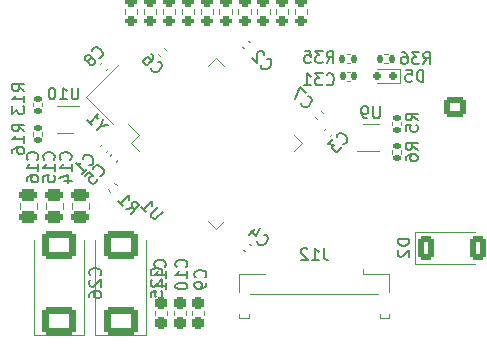
<source format=gbr>
%TF.GenerationSoftware,KiCad,Pcbnew,7.0.5*%
%TF.CreationDate,2023-06-28T21:22:15+09:00*%
%TF.ProjectId,robotrace_v2_main,726f626f-7472-4616-9365-5f76325f6d61,rev?*%
%TF.SameCoordinates,Original*%
%TF.FileFunction,Legend,Bot*%
%TF.FilePolarity,Positive*%
%FSLAX46Y46*%
G04 Gerber Fmt 4.6, Leading zero omitted, Abs format (unit mm)*
G04 Created by KiCad (PCBNEW 7.0.5) date 2023-06-28 21:22:15*
%MOMM*%
%LPD*%
G01*
G04 APERTURE LIST*
G04 Aperture macros list*
%AMRoundRect*
0 Rectangle with rounded corners*
0 $1 Rounding radius*
0 $2 $3 $4 $5 $6 $7 $8 $9 X,Y pos of 4 corners*
0 Add a 4 corners polygon primitive as box body*
4,1,4,$2,$3,$4,$5,$6,$7,$8,$9,$2,$3,0*
0 Add four circle primitives for the rounded corners*
1,1,$1+$1,$2,$3*
1,1,$1+$1,$4,$5*
1,1,$1+$1,$6,$7*
1,1,$1+$1,$8,$9*
0 Add four rect primitives between the rounded corners*
20,1,$1+$1,$2,$3,$4,$5,0*
20,1,$1+$1,$4,$5,$6,$7,0*
20,1,$1+$1,$6,$7,$8,$9,0*
20,1,$1+$1,$8,$9,$2,$3,0*%
%AMRotRect*
0 Rectangle, with rotation*
0 The origin of the aperture is its center*
0 $1 length*
0 $2 width*
0 $3 Rotation angle, in degrees counterclockwise*
0 Add horizontal line*
21,1,$1,$2,0,0,$3*%
G04 Aperture macros list end*
%ADD10C,0.150000*%
%ADD11C,0.120000*%
%ADD12RoundRect,0.250000X-0.675000X0.600000X-0.675000X-0.600000X0.675000X-0.600000X0.675000X0.600000X0*%
%ADD13O,1.850000X1.700000*%
%ADD14R,1.000000X1.000000*%
%ADD15O,1.000000X1.000000*%
%ADD16RoundRect,0.250000X0.675000X-0.600000X0.675000X0.600000X-0.675000X0.600000X-0.675000X-0.600000X0*%
%ADD17RoundRect,0.135000X-0.135000X-0.185000X0.135000X-0.185000X0.135000X0.185000X-0.135000X0.185000X0*%
%ADD18R,0.900000X0.400000*%
%ADD19RoundRect,0.200000X0.275000X-0.200000X0.275000X0.200000X-0.275000X0.200000X-0.275000X-0.200000X0*%
%ADD20RoundRect,0.140000X0.021213X-0.219203X0.219203X-0.021213X-0.021213X0.219203X-0.219203X0.021213X0*%
%ADD21RoundRect,0.237500X0.237500X-0.300000X0.237500X0.300000X-0.237500X0.300000X-0.237500X-0.300000X0*%
%ADD22RoundRect,0.135000X-0.226274X-0.035355X-0.035355X-0.226274X0.226274X0.035355X0.035355X0.226274X0*%
%ADD23RoundRect,0.140000X-0.021213X0.219203X-0.219203X0.021213X0.021213X-0.219203X0.219203X-0.021213X0*%
%ADD24RotRect,1.300000X1.000000X45.000000*%
%ADD25RoundRect,0.140000X0.219203X0.021213X0.021213X0.219203X-0.219203X-0.021213X-0.021213X-0.219203X0*%
%ADD26RoundRect,0.135000X0.185000X-0.135000X0.185000X0.135000X-0.185000X0.135000X-0.185000X-0.135000X0*%
%ADD27RoundRect,0.150000X-0.150000X-0.200000X0.150000X-0.200000X0.150000X0.200000X-0.150000X0.200000X0*%
%ADD28RoundRect,0.250000X0.475000X-0.250000X0.475000X0.250000X-0.475000X0.250000X-0.475000X-0.250000X0*%
%ADD29RoundRect,0.289157X1.110843X-0.910843X1.110843X0.910843X-1.110843X0.910843X-1.110843X-0.910843X0*%
%ADD30RoundRect,0.140000X-0.219203X-0.021213X-0.021213X-0.219203X0.219203X0.021213X0.021213X0.219203X0*%
%ADD31R,0.300000X1.000000*%
%ADD32R,2.000000X1.300000*%
%ADD33RoundRect,0.140000X-0.140000X-0.170000X0.140000X-0.170000X0.140000X0.170000X-0.140000X0.170000X0*%
%ADD34RoundRect,0.135000X-0.185000X0.135000X-0.185000X-0.135000X0.185000X-0.135000X0.185000X0.135000X0*%
%ADD35RoundRect,0.075000X-0.548008X0.441942X0.441942X-0.548008X0.548008X-0.441942X-0.441942X0.548008X0*%
%ADD36RoundRect,0.075000X-0.548008X-0.441942X-0.441942X-0.548008X0.548008X0.441942X0.441942X0.548008X0*%
%ADD37RoundRect,0.250000X-0.450000X-0.800000X0.450000X-0.800000X0.450000X0.800000X-0.450000X0.800000X0*%
G04 APERTURE END LIST*
D10*
%TO.C,R36*%
X181642857Y-77854819D02*
X181976190Y-77378628D01*
X182214285Y-77854819D02*
X182214285Y-76854819D01*
X182214285Y-76854819D02*
X181833333Y-76854819D01*
X181833333Y-76854819D02*
X181738095Y-76902438D01*
X181738095Y-76902438D02*
X181690476Y-76950057D01*
X181690476Y-76950057D02*
X181642857Y-77045295D01*
X181642857Y-77045295D02*
X181642857Y-77188152D01*
X181642857Y-77188152D02*
X181690476Y-77283390D01*
X181690476Y-77283390D02*
X181738095Y-77331009D01*
X181738095Y-77331009D02*
X181833333Y-77378628D01*
X181833333Y-77378628D02*
X182214285Y-77378628D01*
X181309523Y-76854819D02*
X180690476Y-76854819D01*
X180690476Y-76854819D02*
X181023809Y-77235771D01*
X181023809Y-77235771D02*
X180880952Y-77235771D01*
X180880952Y-77235771D02*
X180785714Y-77283390D01*
X180785714Y-77283390D02*
X180738095Y-77331009D01*
X180738095Y-77331009D02*
X180690476Y-77426247D01*
X180690476Y-77426247D02*
X180690476Y-77664342D01*
X180690476Y-77664342D02*
X180738095Y-77759580D01*
X180738095Y-77759580D02*
X180785714Y-77807200D01*
X180785714Y-77807200D02*
X180880952Y-77854819D01*
X180880952Y-77854819D02*
X181166666Y-77854819D01*
X181166666Y-77854819D02*
X181261904Y-77807200D01*
X181261904Y-77807200D02*
X181309523Y-77759580D01*
X179833333Y-76854819D02*
X180023809Y-76854819D01*
X180023809Y-76854819D02*
X180119047Y-76902438D01*
X180119047Y-76902438D02*
X180166666Y-76950057D01*
X180166666Y-76950057D02*
X180261904Y-77092914D01*
X180261904Y-77092914D02*
X180309523Y-77283390D01*
X180309523Y-77283390D02*
X180309523Y-77664342D01*
X180309523Y-77664342D02*
X180261904Y-77759580D01*
X180261904Y-77759580D02*
X180214285Y-77807200D01*
X180214285Y-77807200D02*
X180119047Y-77854819D01*
X180119047Y-77854819D02*
X179928571Y-77854819D01*
X179928571Y-77854819D02*
X179833333Y-77807200D01*
X179833333Y-77807200D02*
X179785714Y-77759580D01*
X179785714Y-77759580D02*
X179738095Y-77664342D01*
X179738095Y-77664342D02*
X179738095Y-77426247D01*
X179738095Y-77426247D02*
X179785714Y-77331009D01*
X179785714Y-77331009D02*
X179833333Y-77283390D01*
X179833333Y-77283390D02*
X179928571Y-77235771D01*
X179928571Y-77235771D02*
X180119047Y-77235771D01*
X180119047Y-77235771D02*
X180214285Y-77283390D01*
X180214285Y-77283390D02*
X180261904Y-77331009D01*
X180261904Y-77331009D02*
X180309523Y-77426247D01*
%TO.C,U9*%
X177961904Y-81454819D02*
X177961904Y-82264342D01*
X177961904Y-82264342D02*
X177914285Y-82359580D01*
X177914285Y-82359580D02*
X177866666Y-82407200D01*
X177866666Y-82407200D02*
X177771428Y-82454819D01*
X177771428Y-82454819D02*
X177580952Y-82454819D01*
X177580952Y-82454819D02*
X177485714Y-82407200D01*
X177485714Y-82407200D02*
X177438095Y-82359580D01*
X177438095Y-82359580D02*
X177390476Y-82264342D01*
X177390476Y-82264342D02*
X177390476Y-81454819D01*
X176866666Y-82454819D02*
X176676190Y-82454819D01*
X176676190Y-82454819D02*
X176580952Y-82407200D01*
X176580952Y-82407200D02*
X176533333Y-82359580D01*
X176533333Y-82359580D02*
X176438095Y-82216723D01*
X176438095Y-82216723D02*
X176390476Y-82026247D01*
X176390476Y-82026247D02*
X176390476Y-81645295D01*
X176390476Y-81645295D02*
X176438095Y-81550057D01*
X176438095Y-81550057D02*
X176485714Y-81502438D01*
X176485714Y-81502438D02*
X176580952Y-81454819D01*
X176580952Y-81454819D02*
X176771428Y-81454819D01*
X176771428Y-81454819D02*
X176866666Y-81502438D01*
X176866666Y-81502438D02*
X176914285Y-81550057D01*
X176914285Y-81550057D02*
X176961904Y-81645295D01*
X176961904Y-81645295D02*
X176961904Y-81883390D01*
X176961904Y-81883390D02*
X176914285Y-81978628D01*
X176914285Y-81978628D02*
X176866666Y-82026247D01*
X176866666Y-82026247D02*
X176771428Y-82073866D01*
X176771428Y-82073866D02*
X176580952Y-82073866D01*
X176580952Y-82073866D02*
X176485714Y-82026247D01*
X176485714Y-82026247D02*
X176438095Y-81978628D01*
X176438095Y-81978628D02*
X176390476Y-81883390D01*
%TO.C,C3*%
X174872112Y-84636411D02*
X174939456Y-84636411D01*
X174939456Y-84636411D02*
X175074143Y-84569067D01*
X175074143Y-84569067D02*
X175141486Y-84501724D01*
X175141486Y-84501724D02*
X175208830Y-84367037D01*
X175208830Y-84367037D02*
X175208830Y-84232350D01*
X175208830Y-84232350D02*
X175175158Y-84131335D01*
X175175158Y-84131335D02*
X175074143Y-83962976D01*
X175074143Y-83962976D02*
X174973128Y-83861961D01*
X174973128Y-83861961D02*
X174804769Y-83760945D01*
X174804769Y-83760945D02*
X174703754Y-83727274D01*
X174703754Y-83727274D02*
X174569067Y-83727274D01*
X174569067Y-83727274D02*
X174434380Y-83794617D01*
X174434380Y-83794617D02*
X174367036Y-83861961D01*
X174367036Y-83861961D02*
X174299693Y-83996648D01*
X174299693Y-83996648D02*
X174299693Y-84063991D01*
X173996647Y-84232350D02*
X173558914Y-84670083D01*
X173558914Y-84670083D02*
X174063990Y-84703754D01*
X174063990Y-84703754D02*
X173962975Y-84804770D01*
X173962975Y-84804770D02*
X173929303Y-84905785D01*
X173929303Y-84905785D02*
X173929303Y-84973128D01*
X173929303Y-84973128D02*
X173962975Y-85074144D01*
X173962975Y-85074144D02*
X174131334Y-85242502D01*
X174131334Y-85242502D02*
X174232349Y-85276174D01*
X174232349Y-85276174D02*
X174299693Y-85276174D01*
X174299693Y-85276174D02*
X174400708Y-85242502D01*
X174400708Y-85242502D02*
X174602738Y-85040472D01*
X174602738Y-85040472D02*
X174636410Y-84939457D01*
X174636410Y-84939457D02*
X174636410Y-84872113D01*
%TO.C,C9*%
X163159580Y-95920833D02*
X163207200Y-95873214D01*
X163207200Y-95873214D02*
X163254819Y-95730357D01*
X163254819Y-95730357D02*
X163254819Y-95635119D01*
X163254819Y-95635119D02*
X163207200Y-95492262D01*
X163207200Y-95492262D02*
X163111961Y-95397024D01*
X163111961Y-95397024D02*
X163016723Y-95349405D01*
X163016723Y-95349405D02*
X162826247Y-95301786D01*
X162826247Y-95301786D02*
X162683390Y-95301786D01*
X162683390Y-95301786D02*
X162492914Y-95349405D01*
X162492914Y-95349405D02*
X162397676Y-95397024D01*
X162397676Y-95397024D02*
X162302438Y-95492262D01*
X162302438Y-95492262D02*
X162254819Y-95635119D01*
X162254819Y-95635119D02*
X162254819Y-95730357D01*
X162254819Y-95730357D02*
X162302438Y-95873214D01*
X162302438Y-95873214D02*
X162350057Y-95920833D01*
X163254819Y-96397024D02*
X163254819Y-96587500D01*
X163254819Y-96587500D02*
X163207200Y-96682738D01*
X163207200Y-96682738D02*
X163159580Y-96730357D01*
X163159580Y-96730357D02*
X163016723Y-96825595D01*
X163016723Y-96825595D02*
X162826247Y-96873214D01*
X162826247Y-96873214D02*
X162445295Y-96873214D01*
X162445295Y-96873214D02*
X162350057Y-96825595D01*
X162350057Y-96825595D02*
X162302438Y-96777976D01*
X162302438Y-96777976D02*
X162254819Y-96682738D01*
X162254819Y-96682738D02*
X162254819Y-96492262D01*
X162254819Y-96492262D02*
X162302438Y-96397024D01*
X162302438Y-96397024D02*
X162350057Y-96349405D01*
X162350057Y-96349405D02*
X162445295Y-96301786D01*
X162445295Y-96301786D02*
X162683390Y-96301786D01*
X162683390Y-96301786D02*
X162778628Y-96349405D01*
X162778628Y-96349405D02*
X162826247Y-96397024D01*
X162826247Y-96397024D02*
X162873866Y-96492262D01*
X162873866Y-96492262D02*
X162873866Y-96682738D01*
X162873866Y-96682738D02*
X162826247Y-96777976D01*
X162826247Y-96777976D02*
X162778628Y-96825595D01*
X162778628Y-96825595D02*
X162683390Y-96873214D01*
%TO.C,R1*%
X156496245Y-90139456D02*
X157068664Y-90038441D01*
X156900306Y-90543517D02*
X157607412Y-89836410D01*
X157607412Y-89836410D02*
X157338038Y-89567036D01*
X157338038Y-89567036D02*
X157237023Y-89533364D01*
X157237023Y-89533364D02*
X157169680Y-89533364D01*
X157169680Y-89533364D02*
X157068664Y-89567036D01*
X157068664Y-89567036D02*
X156967649Y-89668051D01*
X156967649Y-89668051D02*
X156933977Y-89769067D01*
X156933977Y-89769067D02*
X156933977Y-89836410D01*
X156933977Y-89836410D02*
X156967649Y-89937425D01*
X156967649Y-89937425D02*
X157237023Y-90206799D01*
X155822810Y-89466021D02*
X156226871Y-89870082D01*
X156024840Y-89668051D02*
X156731947Y-88960945D01*
X156731947Y-88960945D02*
X156698275Y-89129303D01*
X156698275Y-89129303D02*
X156698275Y-89263990D01*
X156698275Y-89263990D02*
X156731947Y-89365006D01*
%TO.C,C1*%
X153372112Y-86436411D02*
X153439456Y-86436411D01*
X153439456Y-86436411D02*
X153574143Y-86369067D01*
X153574143Y-86369067D02*
X153641486Y-86301724D01*
X153641486Y-86301724D02*
X153708830Y-86167037D01*
X153708830Y-86167037D02*
X153708830Y-86032350D01*
X153708830Y-86032350D02*
X153675158Y-85931335D01*
X153675158Y-85931335D02*
X153574143Y-85762976D01*
X153574143Y-85762976D02*
X153473128Y-85661961D01*
X153473128Y-85661961D02*
X153304769Y-85560945D01*
X153304769Y-85560945D02*
X153203754Y-85527274D01*
X153203754Y-85527274D02*
X153069067Y-85527274D01*
X153069067Y-85527274D02*
X152934380Y-85594617D01*
X152934380Y-85594617D02*
X152867036Y-85661961D01*
X152867036Y-85661961D02*
X152799693Y-85796648D01*
X152799693Y-85796648D02*
X152799693Y-85863991D01*
X152766021Y-87177189D02*
X153170082Y-86773128D01*
X152968051Y-86975159D02*
X152260945Y-86268052D01*
X152260945Y-86268052D02*
X152429303Y-86301724D01*
X152429303Y-86301724D02*
X152563990Y-86301724D01*
X152563990Y-86301724D02*
X152665006Y-86268052D01*
%TO.C,Y1*%
X154351829Y-83121605D02*
X154015111Y-83458323D01*
X154957920Y-82986918D02*
X154351829Y-83121605D01*
X154351829Y-83121605D02*
X154486516Y-82515514D01*
X153173318Y-82616529D02*
X153577379Y-83020590D01*
X153375348Y-82818559D02*
X154082455Y-82111453D01*
X154082455Y-82111453D02*
X154048783Y-82279811D01*
X154048783Y-82279811D02*
X154048783Y-82414498D01*
X154048783Y-82414498D02*
X154082455Y-82515514D01*
%TO.C,C6*%
X158563588Y-78222112D02*
X158563588Y-78289456D01*
X158563588Y-78289456D02*
X158630932Y-78424143D01*
X158630932Y-78424143D02*
X158698275Y-78491486D01*
X158698275Y-78491486D02*
X158832962Y-78558830D01*
X158832962Y-78558830D02*
X158967649Y-78558830D01*
X158967649Y-78558830D02*
X159068664Y-78525158D01*
X159068664Y-78525158D02*
X159237023Y-78424143D01*
X159237023Y-78424143D02*
X159338038Y-78323128D01*
X159338038Y-78323128D02*
X159439054Y-78154769D01*
X159439054Y-78154769D02*
X159472725Y-78053754D01*
X159472725Y-78053754D02*
X159472725Y-77919067D01*
X159472725Y-77919067D02*
X159405382Y-77784380D01*
X159405382Y-77784380D02*
X159338038Y-77717036D01*
X159338038Y-77717036D02*
X159203351Y-77649693D01*
X159203351Y-77649693D02*
X159136008Y-77649693D01*
X158597260Y-76976258D02*
X158731947Y-77110945D01*
X158731947Y-77110945D02*
X158765619Y-77211960D01*
X158765619Y-77211960D02*
X158765619Y-77279303D01*
X158765619Y-77279303D02*
X158731947Y-77447662D01*
X158731947Y-77447662D02*
X158630932Y-77616021D01*
X158630932Y-77616021D02*
X158361558Y-77885395D01*
X158361558Y-77885395D02*
X158260542Y-77919067D01*
X158260542Y-77919067D02*
X158193199Y-77919067D01*
X158193199Y-77919067D02*
X158092184Y-77885395D01*
X158092184Y-77885395D02*
X157957497Y-77750708D01*
X157957497Y-77750708D02*
X157923825Y-77649693D01*
X157923825Y-77649693D02*
X157923825Y-77582349D01*
X157923825Y-77582349D02*
X157957497Y-77481334D01*
X157957497Y-77481334D02*
X158125855Y-77312975D01*
X158125855Y-77312975D02*
X158226871Y-77279303D01*
X158226871Y-77279303D02*
X158294214Y-77279303D01*
X158294214Y-77279303D02*
X158395229Y-77312975D01*
X158395229Y-77312975D02*
X158529916Y-77447662D01*
X158529916Y-77447662D02*
X158563588Y-77548677D01*
X158563588Y-77548677D02*
X158563588Y-77616021D01*
X158563588Y-77616021D02*
X158529916Y-77717036D01*
%TO.C,C5*%
X154272112Y-87336411D02*
X154339456Y-87336411D01*
X154339456Y-87336411D02*
X154474143Y-87269067D01*
X154474143Y-87269067D02*
X154541486Y-87201724D01*
X154541486Y-87201724D02*
X154608830Y-87067037D01*
X154608830Y-87067037D02*
X154608830Y-86932350D01*
X154608830Y-86932350D02*
X154575158Y-86831335D01*
X154575158Y-86831335D02*
X154474143Y-86662976D01*
X154474143Y-86662976D02*
X154373128Y-86561961D01*
X154373128Y-86561961D02*
X154204769Y-86460945D01*
X154204769Y-86460945D02*
X154103754Y-86427274D01*
X154103754Y-86427274D02*
X153969067Y-86427274D01*
X153969067Y-86427274D02*
X153834380Y-86494617D01*
X153834380Y-86494617D02*
X153767036Y-86561961D01*
X153767036Y-86561961D02*
X153699693Y-86696648D01*
X153699693Y-86696648D02*
X153699693Y-86763991D01*
X152992586Y-87336411D02*
X153329303Y-86999693D01*
X153329303Y-86999693D02*
X153699693Y-87302739D01*
X153699693Y-87302739D02*
X153632349Y-87302739D01*
X153632349Y-87302739D02*
X153531334Y-87336411D01*
X153531334Y-87336411D02*
X153362975Y-87504770D01*
X153362975Y-87504770D02*
X153329303Y-87605785D01*
X153329303Y-87605785D02*
X153329303Y-87673128D01*
X153329303Y-87673128D02*
X153362975Y-87774144D01*
X153362975Y-87774144D02*
X153531334Y-87942502D01*
X153531334Y-87942502D02*
X153632349Y-87976174D01*
X153632349Y-87976174D02*
X153699693Y-87976174D01*
X153699693Y-87976174D02*
X153800708Y-87942502D01*
X153800708Y-87942502D02*
X153969067Y-87774144D01*
X153969067Y-87774144D02*
X154002738Y-87673128D01*
X154002738Y-87673128D02*
X154002738Y-87605785D01*
%TO.C,R35*%
X173442857Y-77754819D02*
X173776190Y-77278628D01*
X174014285Y-77754819D02*
X174014285Y-76754819D01*
X174014285Y-76754819D02*
X173633333Y-76754819D01*
X173633333Y-76754819D02*
X173538095Y-76802438D01*
X173538095Y-76802438D02*
X173490476Y-76850057D01*
X173490476Y-76850057D02*
X173442857Y-76945295D01*
X173442857Y-76945295D02*
X173442857Y-77088152D01*
X173442857Y-77088152D02*
X173490476Y-77183390D01*
X173490476Y-77183390D02*
X173538095Y-77231009D01*
X173538095Y-77231009D02*
X173633333Y-77278628D01*
X173633333Y-77278628D02*
X174014285Y-77278628D01*
X173109523Y-76754819D02*
X172490476Y-76754819D01*
X172490476Y-76754819D02*
X172823809Y-77135771D01*
X172823809Y-77135771D02*
X172680952Y-77135771D01*
X172680952Y-77135771D02*
X172585714Y-77183390D01*
X172585714Y-77183390D02*
X172538095Y-77231009D01*
X172538095Y-77231009D02*
X172490476Y-77326247D01*
X172490476Y-77326247D02*
X172490476Y-77564342D01*
X172490476Y-77564342D02*
X172538095Y-77659580D01*
X172538095Y-77659580D02*
X172585714Y-77707200D01*
X172585714Y-77707200D02*
X172680952Y-77754819D01*
X172680952Y-77754819D02*
X172966666Y-77754819D01*
X172966666Y-77754819D02*
X173061904Y-77707200D01*
X173061904Y-77707200D02*
X173109523Y-77659580D01*
X171585714Y-76754819D02*
X172061904Y-76754819D01*
X172061904Y-76754819D02*
X172109523Y-77231009D01*
X172109523Y-77231009D02*
X172061904Y-77183390D01*
X172061904Y-77183390D02*
X171966666Y-77135771D01*
X171966666Y-77135771D02*
X171728571Y-77135771D01*
X171728571Y-77135771D02*
X171633333Y-77183390D01*
X171633333Y-77183390D02*
X171585714Y-77231009D01*
X171585714Y-77231009D02*
X171538095Y-77326247D01*
X171538095Y-77326247D02*
X171538095Y-77564342D01*
X171538095Y-77564342D02*
X171585714Y-77659580D01*
X171585714Y-77659580D02*
X171633333Y-77707200D01*
X171633333Y-77707200D02*
X171728571Y-77754819D01*
X171728571Y-77754819D02*
X171966666Y-77754819D01*
X171966666Y-77754819D02*
X172061904Y-77707200D01*
X172061904Y-77707200D02*
X172109523Y-77659580D01*
%TO.C,R13*%
X147854819Y-80157142D02*
X147378628Y-79823809D01*
X147854819Y-79585714D02*
X146854819Y-79585714D01*
X146854819Y-79585714D02*
X146854819Y-79966666D01*
X146854819Y-79966666D02*
X146902438Y-80061904D01*
X146902438Y-80061904D02*
X146950057Y-80109523D01*
X146950057Y-80109523D02*
X147045295Y-80157142D01*
X147045295Y-80157142D02*
X147188152Y-80157142D01*
X147188152Y-80157142D02*
X147283390Y-80109523D01*
X147283390Y-80109523D02*
X147331009Y-80061904D01*
X147331009Y-80061904D02*
X147378628Y-79966666D01*
X147378628Y-79966666D02*
X147378628Y-79585714D01*
X147854819Y-81109523D02*
X147854819Y-80538095D01*
X147854819Y-80823809D02*
X146854819Y-80823809D01*
X146854819Y-80823809D02*
X146997676Y-80728571D01*
X146997676Y-80728571D02*
X147092914Y-80633333D01*
X147092914Y-80633333D02*
X147140533Y-80538095D01*
X146854819Y-81442857D02*
X146854819Y-82061904D01*
X146854819Y-82061904D02*
X147235771Y-81728571D01*
X147235771Y-81728571D02*
X147235771Y-81871428D01*
X147235771Y-81871428D02*
X147283390Y-81966666D01*
X147283390Y-81966666D02*
X147331009Y-82014285D01*
X147331009Y-82014285D02*
X147426247Y-82061904D01*
X147426247Y-82061904D02*
X147664342Y-82061904D01*
X147664342Y-82061904D02*
X147759580Y-82014285D01*
X147759580Y-82014285D02*
X147807200Y-81966666D01*
X147807200Y-81966666D02*
X147854819Y-81871428D01*
X147854819Y-81871428D02*
X147854819Y-81585714D01*
X147854819Y-81585714D02*
X147807200Y-81490476D01*
X147807200Y-81490476D02*
X147759580Y-81442857D01*
%TO.C,D5*%
X181638094Y-79354819D02*
X181638094Y-78354819D01*
X181638094Y-78354819D02*
X181399999Y-78354819D01*
X181399999Y-78354819D02*
X181257142Y-78402438D01*
X181257142Y-78402438D02*
X181161904Y-78497676D01*
X181161904Y-78497676D02*
X181114285Y-78592914D01*
X181114285Y-78592914D02*
X181066666Y-78783390D01*
X181066666Y-78783390D02*
X181066666Y-78926247D01*
X181066666Y-78926247D02*
X181114285Y-79116723D01*
X181114285Y-79116723D02*
X181161904Y-79211961D01*
X181161904Y-79211961D02*
X181257142Y-79307200D01*
X181257142Y-79307200D02*
X181399999Y-79354819D01*
X181399999Y-79354819D02*
X181638094Y-79354819D01*
X180161904Y-78354819D02*
X180638094Y-78354819D01*
X180638094Y-78354819D02*
X180685713Y-78831009D01*
X180685713Y-78831009D02*
X180638094Y-78783390D01*
X180638094Y-78783390D02*
X180542856Y-78735771D01*
X180542856Y-78735771D02*
X180304761Y-78735771D01*
X180304761Y-78735771D02*
X180209523Y-78783390D01*
X180209523Y-78783390D02*
X180161904Y-78831009D01*
X180161904Y-78831009D02*
X180114285Y-78926247D01*
X180114285Y-78926247D02*
X180114285Y-79164342D01*
X180114285Y-79164342D02*
X180161904Y-79259580D01*
X180161904Y-79259580D02*
X180209523Y-79307200D01*
X180209523Y-79307200D02*
X180304761Y-79354819D01*
X180304761Y-79354819D02*
X180542856Y-79354819D01*
X180542856Y-79354819D02*
X180638094Y-79307200D01*
X180638094Y-79307200D02*
X180685713Y-79259580D01*
%TO.C,C11*%
X159759580Y-95044642D02*
X159807200Y-94997023D01*
X159807200Y-94997023D02*
X159854819Y-94854166D01*
X159854819Y-94854166D02*
X159854819Y-94758928D01*
X159854819Y-94758928D02*
X159807200Y-94616071D01*
X159807200Y-94616071D02*
X159711961Y-94520833D01*
X159711961Y-94520833D02*
X159616723Y-94473214D01*
X159616723Y-94473214D02*
X159426247Y-94425595D01*
X159426247Y-94425595D02*
X159283390Y-94425595D01*
X159283390Y-94425595D02*
X159092914Y-94473214D01*
X159092914Y-94473214D02*
X158997676Y-94520833D01*
X158997676Y-94520833D02*
X158902438Y-94616071D01*
X158902438Y-94616071D02*
X158854819Y-94758928D01*
X158854819Y-94758928D02*
X158854819Y-94854166D01*
X158854819Y-94854166D02*
X158902438Y-94997023D01*
X158902438Y-94997023D02*
X158950057Y-95044642D01*
X159854819Y-95997023D02*
X159854819Y-95425595D01*
X159854819Y-95711309D02*
X158854819Y-95711309D01*
X158854819Y-95711309D02*
X158997676Y-95616071D01*
X158997676Y-95616071D02*
X159092914Y-95520833D01*
X159092914Y-95520833D02*
X159140533Y-95425595D01*
X159854819Y-96949404D02*
X159854819Y-96377976D01*
X159854819Y-96663690D02*
X158854819Y-96663690D01*
X158854819Y-96663690D02*
X158997676Y-96568452D01*
X158997676Y-96568452D02*
X159092914Y-96473214D01*
X159092914Y-96473214D02*
X159140533Y-96377976D01*
%TO.C,C15*%
X150359580Y-85957142D02*
X150407200Y-85909523D01*
X150407200Y-85909523D02*
X150454819Y-85766666D01*
X150454819Y-85766666D02*
X150454819Y-85671428D01*
X150454819Y-85671428D02*
X150407200Y-85528571D01*
X150407200Y-85528571D02*
X150311961Y-85433333D01*
X150311961Y-85433333D02*
X150216723Y-85385714D01*
X150216723Y-85385714D02*
X150026247Y-85338095D01*
X150026247Y-85338095D02*
X149883390Y-85338095D01*
X149883390Y-85338095D02*
X149692914Y-85385714D01*
X149692914Y-85385714D02*
X149597676Y-85433333D01*
X149597676Y-85433333D02*
X149502438Y-85528571D01*
X149502438Y-85528571D02*
X149454819Y-85671428D01*
X149454819Y-85671428D02*
X149454819Y-85766666D01*
X149454819Y-85766666D02*
X149502438Y-85909523D01*
X149502438Y-85909523D02*
X149550057Y-85957142D01*
X150454819Y-86909523D02*
X150454819Y-86338095D01*
X150454819Y-86623809D02*
X149454819Y-86623809D01*
X149454819Y-86623809D02*
X149597676Y-86528571D01*
X149597676Y-86528571D02*
X149692914Y-86433333D01*
X149692914Y-86433333D02*
X149740533Y-86338095D01*
X149454819Y-87814285D02*
X149454819Y-87338095D01*
X149454819Y-87338095D02*
X149931009Y-87290476D01*
X149931009Y-87290476D02*
X149883390Y-87338095D01*
X149883390Y-87338095D02*
X149835771Y-87433333D01*
X149835771Y-87433333D02*
X149835771Y-87671428D01*
X149835771Y-87671428D02*
X149883390Y-87766666D01*
X149883390Y-87766666D02*
X149931009Y-87814285D01*
X149931009Y-87814285D02*
X150026247Y-87861904D01*
X150026247Y-87861904D02*
X150264342Y-87861904D01*
X150264342Y-87861904D02*
X150359580Y-87814285D01*
X150359580Y-87814285D02*
X150407200Y-87766666D01*
X150407200Y-87766666D02*
X150454819Y-87671428D01*
X150454819Y-87671428D02*
X150454819Y-87433333D01*
X150454819Y-87433333D02*
X150407200Y-87338095D01*
X150407200Y-87338095D02*
X150359580Y-87290476D01*
%TO.C,C8*%
X154172112Y-77336411D02*
X154239456Y-77336411D01*
X154239456Y-77336411D02*
X154374143Y-77269067D01*
X154374143Y-77269067D02*
X154441486Y-77201724D01*
X154441486Y-77201724D02*
X154508830Y-77067037D01*
X154508830Y-77067037D02*
X154508830Y-76932350D01*
X154508830Y-76932350D02*
X154475158Y-76831335D01*
X154475158Y-76831335D02*
X154374143Y-76662976D01*
X154374143Y-76662976D02*
X154273128Y-76561961D01*
X154273128Y-76561961D02*
X154104769Y-76460945D01*
X154104769Y-76460945D02*
X154003754Y-76427274D01*
X154003754Y-76427274D02*
X153869067Y-76427274D01*
X153869067Y-76427274D02*
X153734380Y-76494617D01*
X153734380Y-76494617D02*
X153667036Y-76561961D01*
X153667036Y-76561961D02*
X153599693Y-76696648D01*
X153599693Y-76696648D02*
X153599693Y-76763991D01*
X153431334Y-77403754D02*
X153465006Y-77302739D01*
X153465006Y-77302739D02*
X153465006Y-77235396D01*
X153465006Y-77235396D02*
X153431334Y-77134380D01*
X153431334Y-77134380D02*
X153397662Y-77100709D01*
X153397662Y-77100709D02*
X153296647Y-77067037D01*
X153296647Y-77067037D02*
X153229303Y-77067037D01*
X153229303Y-77067037D02*
X153128288Y-77100709D01*
X153128288Y-77100709D02*
X152993601Y-77235396D01*
X152993601Y-77235396D02*
X152959929Y-77336411D01*
X152959929Y-77336411D02*
X152959929Y-77403754D01*
X152959929Y-77403754D02*
X152993601Y-77504770D01*
X152993601Y-77504770D02*
X153027273Y-77538441D01*
X153027273Y-77538441D02*
X153128288Y-77572113D01*
X153128288Y-77572113D02*
X153195632Y-77572113D01*
X153195632Y-77572113D02*
X153296647Y-77538441D01*
X153296647Y-77538441D02*
X153431334Y-77403754D01*
X153431334Y-77403754D02*
X153532349Y-77370083D01*
X153532349Y-77370083D02*
X153599693Y-77370083D01*
X153599693Y-77370083D02*
X153700708Y-77403754D01*
X153700708Y-77403754D02*
X153835395Y-77538441D01*
X153835395Y-77538441D02*
X153869067Y-77639457D01*
X153869067Y-77639457D02*
X153869067Y-77706800D01*
X153869067Y-77706800D02*
X153835395Y-77807815D01*
X153835395Y-77807815D02*
X153700708Y-77942502D01*
X153700708Y-77942502D02*
X153599693Y-77976174D01*
X153599693Y-77976174D02*
X153532349Y-77976174D01*
X153532349Y-77976174D02*
X153431334Y-77942502D01*
X153431334Y-77942502D02*
X153296647Y-77807815D01*
X153296647Y-77807815D02*
X153262975Y-77706800D01*
X153262975Y-77706800D02*
X153262975Y-77639457D01*
X153262975Y-77639457D02*
X153296647Y-77538441D01*
%TO.C,C25*%
X159459580Y-95757142D02*
X159507200Y-95709523D01*
X159507200Y-95709523D02*
X159554819Y-95566666D01*
X159554819Y-95566666D02*
X159554819Y-95471428D01*
X159554819Y-95471428D02*
X159507200Y-95328571D01*
X159507200Y-95328571D02*
X159411961Y-95233333D01*
X159411961Y-95233333D02*
X159316723Y-95185714D01*
X159316723Y-95185714D02*
X159126247Y-95138095D01*
X159126247Y-95138095D02*
X158983390Y-95138095D01*
X158983390Y-95138095D02*
X158792914Y-95185714D01*
X158792914Y-95185714D02*
X158697676Y-95233333D01*
X158697676Y-95233333D02*
X158602438Y-95328571D01*
X158602438Y-95328571D02*
X158554819Y-95471428D01*
X158554819Y-95471428D02*
X158554819Y-95566666D01*
X158554819Y-95566666D02*
X158602438Y-95709523D01*
X158602438Y-95709523D02*
X158650057Y-95757142D01*
X158650057Y-96138095D02*
X158602438Y-96185714D01*
X158602438Y-96185714D02*
X158554819Y-96280952D01*
X158554819Y-96280952D02*
X158554819Y-96519047D01*
X158554819Y-96519047D02*
X158602438Y-96614285D01*
X158602438Y-96614285D02*
X158650057Y-96661904D01*
X158650057Y-96661904D02*
X158745295Y-96709523D01*
X158745295Y-96709523D02*
X158840533Y-96709523D01*
X158840533Y-96709523D02*
X158983390Y-96661904D01*
X158983390Y-96661904D02*
X159554819Y-96090476D01*
X159554819Y-96090476D02*
X159554819Y-96709523D01*
X158554819Y-97614285D02*
X158554819Y-97138095D01*
X158554819Y-97138095D02*
X159031009Y-97090476D01*
X159031009Y-97090476D02*
X158983390Y-97138095D01*
X158983390Y-97138095D02*
X158935771Y-97233333D01*
X158935771Y-97233333D02*
X158935771Y-97471428D01*
X158935771Y-97471428D02*
X158983390Y-97566666D01*
X158983390Y-97566666D02*
X159031009Y-97614285D01*
X159031009Y-97614285D02*
X159126247Y-97661904D01*
X159126247Y-97661904D02*
X159364342Y-97661904D01*
X159364342Y-97661904D02*
X159459580Y-97614285D01*
X159459580Y-97614285D02*
X159507200Y-97566666D01*
X159507200Y-97566666D02*
X159554819Y-97471428D01*
X159554819Y-97471428D02*
X159554819Y-97233333D01*
X159554819Y-97233333D02*
X159507200Y-97138095D01*
X159507200Y-97138095D02*
X159459580Y-97090476D01*
%TO.C,C14*%
X151759580Y-85957142D02*
X151807200Y-85909523D01*
X151807200Y-85909523D02*
X151854819Y-85766666D01*
X151854819Y-85766666D02*
X151854819Y-85671428D01*
X151854819Y-85671428D02*
X151807200Y-85528571D01*
X151807200Y-85528571D02*
X151711961Y-85433333D01*
X151711961Y-85433333D02*
X151616723Y-85385714D01*
X151616723Y-85385714D02*
X151426247Y-85338095D01*
X151426247Y-85338095D02*
X151283390Y-85338095D01*
X151283390Y-85338095D02*
X151092914Y-85385714D01*
X151092914Y-85385714D02*
X150997676Y-85433333D01*
X150997676Y-85433333D02*
X150902438Y-85528571D01*
X150902438Y-85528571D02*
X150854819Y-85671428D01*
X150854819Y-85671428D02*
X150854819Y-85766666D01*
X150854819Y-85766666D02*
X150902438Y-85909523D01*
X150902438Y-85909523D02*
X150950057Y-85957142D01*
X151854819Y-86909523D02*
X151854819Y-86338095D01*
X151854819Y-86623809D02*
X150854819Y-86623809D01*
X150854819Y-86623809D02*
X150997676Y-86528571D01*
X150997676Y-86528571D02*
X151092914Y-86433333D01*
X151092914Y-86433333D02*
X151140533Y-86338095D01*
X151188152Y-87766666D02*
X151854819Y-87766666D01*
X150807200Y-87528571D02*
X151521485Y-87290476D01*
X151521485Y-87290476D02*
X151521485Y-87909523D01*
%TO.C,C10*%
X161559580Y-95044642D02*
X161607200Y-94997023D01*
X161607200Y-94997023D02*
X161654819Y-94854166D01*
X161654819Y-94854166D02*
X161654819Y-94758928D01*
X161654819Y-94758928D02*
X161607200Y-94616071D01*
X161607200Y-94616071D02*
X161511961Y-94520833D01*
X161511961Y-94520833D02*
X161416723Y-94473214D01*
X161416723Y-94473214D02*
X161226247Y-94425595D01*
X161226247Y-94425595D02*
X161083390Y-94425595D01*
X161083390Y-94425595D02*
X160892914Y-94473214D01*
X160892914Y-94473214D02*
X160797676Y-94520833D01*
X160797676Y-94520833D02*
X160702438Y-94616071D01*
X160702438Y-94616071D02*
X160654819Y-94758928D01*
X160654819Y-94758928D02*
X160654819Y-94854166D01*
X160654819Y-94854166D02*
X160702438Y-94997023D01*
X160702438Y-94997023D02*
X160750057Y-95044642D01*
X161654819Y-95997023D02*
X161654819Y-95425595D01*
X161654819Y-95711309D02*
X160654819Y-95711309D01*
X160654819Y-95711309D02*
X160797676Y-95616071D01*
X160797676Y-95616071D02*
X160892914Y-95520833D01*
X160892914Y-95520833D02*
X160940533Y-95425595D01*
X160654819Y-96616071D02*
X160654819Y-96711309D01*
X160654819Y-96711309D02*
X160702438Y-96806547D01*
X160702438Y-96806547D02*
X160750057Y-96854166D01*
X160750057Y-96854166D02*
X160845295Y-96901785D01*
X160845295Y-96901785D02*
X161035771Y-96949404D01*
X161035771Y-96949404D02*
X161273866Y-96949404D01*
X161273866Y-96949404D02*
X161464342Y-96901785D01*
X161464342Y-96901785D02*
X161559580Y-96854166D01*
X161559580Y-96854166D02*
X161607200Y-96806547D01*
X161607200Y-96806547D02*
X161654819Y-96711309D01*
X161654819Y-96711309D02*
X161654819Y-96616071D01*
X161654819Y-96616071D02*
X161607200Y-96520833D01*
X161607200Y-96520833D02*
X161559580Y-96473214D01*
X161559580Y-96473214D02*
X161464342Y-96425595D01*
X161464342Y-96425595D02*
X161273866Y-96377976D01*
X161273866Y-96377976D02*
X161035771Y-96377976D01*
X161035771Y-96377976D02*
X160845295Y-96425595D01*
X160845295Y-96425595D02*
X160750057Y-96473214D01*
X160750057Y-96473214D02*
X160702438Y-96520833D01*
X160702438Y-96520833D02*
X160654819Y-96616071D01*
%TO.C,C7*%
X171263588Y-81172112D02*
X171263588Y-81239456D01*
X171263588Y-81239456D02*
X171330932Y-81374143D01*
X171330932Y-81374143D02*
X171398275Y-81441486D01*
X171398275Y-81441486D02*
X171532962Y-81508830D01*
X171532962Y-81508830D02*
X171667649Y-81508830D01*
X171667649Y-81508830D02*
X171768664Y-81475158D01*
X171768664Y-81475158D02*
X171937023Y-81374143D01*
X171937023Y-81374143D02*
X172038038Y-81273128D01*
X172038038Y-81273128D02*
X172139054Y-81104769D01*
X172139054Y-81104769D02*
X172172725Y-81003754D01*
X172172725Y-81003754D02*
X172172725Y-80869067D01*
X172172725Y-80869067D02*
X172105382Y-80734380D01*
X172105382Y-80734380D02*
X172038038Y-80667036D01*
X172038038Y-80667036D02*
X171903351Y-80599693D01*
X171903351Y-80599693D02*
X171836008Y-80599693D01*
X171667649Y-80296647D02*
X171196245Y-79825242D01*
X171196245Y-79825242D02*
X170792184Y-80835395D01*
%TO.C,C2*%
X167863588Y-77972112D02*
X167863588Y-78039456D01*
X167863588Y-78039456D02*
X167930932Y-78174143D01*
X167930932Y-78174143D02*
X167998275Y-78241486D01*
X167998275Y-78241486D02*
X168132962Y-78308830D01*
X168132962Y-78308830D02*
X168267649Y-78308830D01*
X168267649Y-78308830D02*
X168368664Y-78275158D01*
X168368664Y-78275158D02*
X168537023Y-78174143D01*
X168537023Y-78174143D02*
X168638038Y-78073128D01*
X168638038Y-78073128D02*
X168739054Y-77904769D01*
X168739054Y-77904769D02*
X168772725Y-77803754D01*
X168772725Y-77803754D02*
X168772725Y-77669067D01*
X168772725Y-77669067D02*
X168705382Y-77534380D01*
X168705382Y-77534380D02*
X168638038Y-77467036D01*
X168638038Y-77467036D02*
X168503351Y-77399693D01*
X168503351Y-77399693D02*
X168436008Y-77399693D01*
X168166634Y-77130319D02*
X168166634Y-77062975D01*
X168166634Y-77062975D02*
X168132962Y-76961960D01*
X168132962Y-76961960D02*
X167964603Y-76793601D01*
X167964603Y-76793601D02*
X167863588Y-76759929D01*
X167863588Y-76759929D02*
X167796245Y-76759929D01*
X167796245Y-76759929D02*
X167695229Y-76793601D01*
X167695229Y-76793601D02*
X167627886Y-76860945D01*
X167627886Y-76860945D02*
X167560542Y-76995632D01*
X167560542Y-76995632D02*
X167560542Y-77803754D01*
X167560542Y-77803754D02*
X167122810Y-77366021D01*
%TO.C,C16*%
X148959580Y-85957142D02*
X149007200Y-85909523D01*
X149007200Y-85909523D02*
X149054819Y-85766666D01*
X149054819Y-85766666D02*
X149054819Y-85671428D01*
X149054819Y-85671428D02*
X149007200Y-85528571D01*
X149007200Y-85528571D02*
X148911961Y-85433333D01*
X148911961Y-85433333D02*
X148816723Y-85385714D01*
X148816723Y-85385714D02*
X148626247Y-85338095D01*
X148626247Y-85338095D02*
X148483390Y-85338095D01*
X148483390Y-85338095D02*
X148292914Y-85385714D01*
X148292914Y-85385714D02*
X148197676Y-85433333D01*
X148197676Y-85433333D02*
X148102438Y-85528571D01*
X148102438Y-85528571D02*
X148054819Y-85671428D01*
X148054819Y-85671428D02*
X148054819Y-85766666D01*
X148054819Y-85766666D02*
X148102438Y-85909523D01*
X148102438Y-85909523D02*
X148150057Y-85957142D01*
X149054819Y-86909523D02*
X149054819Y-86338095D01*
X149054819Y-86623809D02*
X148054819Y-86623809D01*
X148054819Y-86623809D02*
X148197676Y-86528571D01*
X148197676Y-86528571D02*
X148292914Y-86433333D01*
X148292914Y-86433333D02*
X148340533Y-86338095D01*
X148054819Y-87766666D02*
X148054819Y-87576190D01*
X148054819Y-87576190D02*
X148102438Y-87480952D01*
X148102438Y-87480952D02*
X148150057Y-87433333D01*
X148150057Y-87433333D02*
X148292914Y-87338095D01*
X148292914Y-87338095D02*
X148483390Y-87290476D01*
X148483390Y-87290476D02*
X148864342Y-87290476D01*
X148864342Y-87290476D02*
X148959580Y-87338095D01*
X148959580Y-87338095D02*
X149007200Y-87385714D01*
X149007200Y-87385714D02*
X149054819Y-87480952D01*
X149054819Y-87480952D02*
X149054819Y-87671428D01*
X149054819Y-87671428D02*
X149007200Y-87766666D01*
X149007200Y-87766666D02*
X148959580Y-87814285D01*
X148959580Y-87814285D02*
X148864342Y-87861904D01*
X148864342Y-87861904D02*
X148626247Y-87861904D01*
X148626247Y-87861904D02*
X148531009Y-87814285D01*
X148531009Y-87814285D02*
X148483390Y-87766666D01*
X148483390Y-87766666D02*
X148435771Y-87671428D01*
X148435771Y-87671428D02*
X148435771Y-87480952D01*
X148435771Y-87480952D02*
X148483390Y-87385714D01*
X148483390Y-87385714D02*
X148531009Y-87338095D01*
X148531009Y-87338095D02*
X148626247Y-87290476D01*
%TO.C,C4*%
X167563588Y-92872112D02*
X167563588Y-92939456D01*
X167563588Y-92939456D02*
X167630932Y-93074143D01*
X167630932Y-93074143D02*
X167698275Y-93141486D01*
X167698275Y-93141486D02*
X167832962Y-93208830D01*
X167832962Y-93208830D02*
X167967649Y-93208830D01*
X167967649Y-93208830D02*
X168068664Y-93175158D01*
X168068664Y-93175158D02*
X168237023Y-93074143D01*
X168237023Y-93074143D02*
X168338038Y-92973128D01*
X168338038Y-92973128D02*
X168439054Y-92804769D01*
X168439054Y-92804769D02*
X168472725Y-92703754D01*
X168472725Y-92703754D02*
X168472725Y-92569067D01*
X168472725Y-92569067D02*
X168405382Y-92434380D01*
X168405382Y-92434380D02*
X168338038Y-92367036D01*
X168338038Y-92367036D02*
X168203351Y-92299693D01*
X168203351Y-92299693D02*
X168136008Y-92299693D01*
X167361558Y-91861960D02*
X166890153Y-92333364D01*
X167799290Y-91760945D02*
X167462573Y-92434380D01*
X167462573Y-92434380D02*
X167024840Y-91996647D01*
%TO.C,C26*%
X154259580Y-95757142D02*
X154307200Y-95709523D01*
X154307200Y-95709523D02*
X154354819Y-95566666D01*
X154354819Y-95566666D02*
X154354819Y-95471428D01*
X154354819Y-95471428D02*
X154307200Y-95328571D01*
X154307200Y-95328571D02*
X154211961Y-95233333D01*
X154211961Y-95233333D02*
X154116723Y-95185714D01*
X154116723Y-95185714D02*
X153926247Y-95138095D01*
X153926247Y-95138095D02*
X153783390Y-95138095D01*
X153783390Y-95138095D02*
X153592914Y-95185714D01*
X153592914Y-95185714D02*
X153497676Y-95233333D01*
X153497676Y-95233333D02*
X153402438Y-95328571D01*
X153402438Y-95328571D02*
X153354819Y-95471428D01*
X153354819Y-95471428D02*
X153354819Y-95566666D01*
X153354819Y-95566666D02*
X153402438Y-95709523D01*
X153402438Y-95709523D02*
X153450057Y-95757142D01*
X153450057Y-96138095D02*
X153402438Y-96185714D01*
X153402438Y-96185714D02*
X153354819Y-96280952D01*
X153354819Y-96280952D02*
X153354819Y-96519047D01*
X153354819Y-96519047D02*
X153402438Y-96614285D01*
X153402438Y-96614285D02*
X153450057Y-96661904D01*
X153450057Y-96661904D02*
X153545295Y-96709523D01*
X153545295Y-96709523D02*
X153640533Y-96709523D01*
X153640533Y-96709523D02*
X153783390Y-96661904D01*
X153783390Y-96661904D02*
X154354819Y-96090476D01*
X154354819Y-96090476D02*
X154354819Y-96709523D01*
X153354819Y-97566666D02*
X153354819Y-97376190D01*
X153354819Y-97376190D02*
X153402438Y-97280952D01*
X153402438Y-97280952D02*
X153450057Y-97233333D01*
X153450057Y-97233333D02*
X153592914Y-97138095D01*
X153592914Y-97138095D02*
X153783390Y-97090476D01*
X153783390Y-97090476D02*
X154164342Y-97090476D01*
X154164342Y-97090476D02*
X154259580Y-97138095D01*
X154259580Y-97138095D02*
X154307200Y-97185714D01*
X154307200Y-97185714D02*
X154354819Y-97280952D01*
X154354819Y-97280952D02*
X154354819Y-97471428D01*
X154354819Y-97471428D02*
X154307200Y-97566666D01*
X154307200Y-97566666D02*
X154259580Y-97614285D01*
X154259580Y-97614285D02*
X154164342Y-97661904D01*
X154164342Y-97661904D02*
X153926247Y-97661904D01*
X153926247Y-97661904D02*
X153831009Y-97614285D01*
X153831009Y-97614285D02*
X153783390Y-97566666D01*
X153783390Y-97566666D02*
X153735771Y-97471428D01*
X153735771Y-97471428D02*
X153735771Y-97280952D01*
X153735771Y-97280952D02*
X153783390Y-97185714D01*
X153783390Y-97185714D02*
X153831009Y-97138095D01*
X153831009Y-97138095D02*
X153926247Y-97090476D01*
%TO.C,U10*%
X152438094Y-79854819D02*
X152438094Y-80664342D01*
X152438094Y-80664342D02*
X152390475Y-80759580D01*
X152390475Y-80759580D02*
X152342856Y-80807200D01*
X152342856Y-80807200D02*
X152247618Y-80854819D01*
X152247618Y-80854819D02*
X152057142Y-80854819D01*
X152057142Y-80854819D02*
X151961904Y-80807200D01*
X151961904Y-80807200D02*
X151914285Y-80759580D01*
X151914285Y-80759580D02*
X151866666Y-80664342D01*
X151866666Y-80664342D02*
X151866666Y-79854819D01*
X150866666Y-80854819D02*
X151438094Y-80854819D01*
X151152380Y-80854819D02*
X151152380Y-79854819D01*
X151152380Y-79854819D02*
X151247618Y-79997676D01*
X151247618Y-79997676D02*
X151342856Y-80092914D01*
X151342856Y-80092914D02*
X151438094Y-80140533D01*
X150247618Y-79854819D02*
X150152380Y-79854819D01*
X150152380Y-79854819D02*
X150057142Y-79902438D01*
X150057142Y-79902438D02*
X150009523Y-79950057D01*
X150009523Y-79950057D02*
X149961904Y-80045295D01*
X149961904Y-80045295D02*
X149914285Y-80235771D01*
X149914285Y-80235771D02*
X149914285Y-80473866D01*
X149914285Y-80473866D02*
X149961904Y-80664342D01*
X149961904Y-80664342D02*
X150009523Y-80759580D01*
X150009523Y-80759580D02*
X150057142Y-80807200D01*
X150057142Y-80807200D02*
X150152380Y-80854819D01*
X150152380Y-80854819D02*
X150247618Y-80854819D01*
X150247618Y-80854819D02*
X150342856Y-80807200D01*
X150342856Y-80807200D02*
X150390475Y-80759580D01*
X150390475Y-80759580D02*
X150438094Y-80664342D01*
X150438094Y-80664342D02*
X150485713Y-80473866D01*
X150485713Y-80473866D02*
X150485713Y-80235771D01*
X150485713Y-80235771D02*
X150438094Y-80045295D01*
X150438094Y-80045295D02*
X150390475Y-79950057D01*
X150390475Y-79950057D02*
X150342856Y-79902438D01*
X150342856Y-79902438D02*
X150247618Y-79854819D01*
%TO.C,J12*%
X173209523Y-93454819D02*
X173209523Y-94169104D01*
X173209523Y-94169104D02*
X173257142Y-94311961D01*
X173257142Y-94311961D02*
X173352380Y-94407200D01*
X173352380Y-94407200D02*
X173495237Y-94454819D01*
X173495237Y-94454819D02*
X173590475Y-94454819D01*
X172209523Y-94454819D02*
X172780951Y-94454819D01*
X172495237Y-94454819D02*
X172495237Y-93454819D01*
X172495237Y-93454819D02*
X172590475Y-93597676D01*
X172590475Y-93597676D02*
X172685713Y-93692914D01*
X172685713Y-93692914D02*
X172780951Y-93740533D01*
X171828570Y-93550057D02*
X171780951Y-93502438D01*
X171780951Y-93502438D02*
X171685713Y-93454819D01*
X171685713Y-93454819D02*
X171447618Y-93454819D01*
X171447618Y-93454819D02*
X171352380Y-93502438D01*
X171352380Y-93502438D02*
X171304761Y-93550057D01*
X171304761Y-93550057D02*
X171257142Y-93645295D01*
X171257142Y-93645295D02*
X171257142Y-93740533D01*
X171257142Y-93740533D02*
X171304761Y-93883390D01*
X171304761Y-93883390D02*
X171876189Y-94454819D01*
X171876189Y-94454819D02*
X171257142Y-94454819D01*
%TO.C,C31*%
X173442857Y-79559580D02*
X173490476Y-79607200D01*
X173490476Y-79607200D02*
X173633333Y-79654819D01*
X173633333Y-79654819D02*
X173728571Y-79654819D01*
X173728571Y-79654819D02*
X173871428Y-79607200D01*
X173871428Y-79607200D02*
X173966666Y-79511961D01*
X173966666Y-79511961D02*
X174014285Y-79416723D01*
X174014285Y-79416723D02*
X174061904Y-79226247D01*
X174061904Y-79226247D02*
X174061904Y-79083390D01*
X174061904Y-79083390D02*
X174014285Y-78892914D01*
X174014285Y-78892914D02*
X173966666Y-78797676D01*
X173966666Y-78797676D02*
X173871428Y-78702438D01*
X173871428Y-78702438D02*
X173728571Y-78654819D01*
X173728571Y-78654819D02*
X173633333Y-78654819D01*
X173633333Y-78654819D02*
X173490476Y-78702438D01*
X173490476Y-78702438D02*
X173442857Y-78750057D01*
X173109523Y-78654819D02*
X172490476Y-78654819D01*
X172490476Y-78654819D02*
X172823809Y-79035771D01*
X172823809Y-79035771D02*
X172680952Y-79035771D01*
X172680952Y-79035771D02*
X172585714Y-79083390D01*
X172585714Y-79083390D02*
X172538095Y-79131009D01*
X172538095Y-79131009D02*
X172490476Y-79226247D01*
X172490476Y-79226247D02*
X172490476Y-79464342D01*
X172490476Y-79464342D02*
X172538095Y-79559580D01*
X172538095Y-79559580D02*
X172585714Y-79607200D01*
X172585714Y-79607200D02*
X172680952Y-79654819D01*
X172680952Y-79654819D02*
X172966666Y-79654819D01*
X172966666Y-79654819D02*
X173061904Y-79607200D01*
X173061904Y-79607200D02*
X173109523Y-79559580D01*
X171538095Y-79654819D02*
X172109523Y-79654819D01*
X171823809Y-79654819D02*
X171823809Y-78654819D01*
X171823809Y-78654819D02*
X171919047Y-78797676D01*
X171919047Y-78797676D02*
X172014285Y-78892914D01*
X172014285Y-78892914D02*
X172109523Y-78940533D01*
%TO.C,R5*%
X181154819Y-82633333D02*
X180678628Y-82300000D01*
X181154819Y-82061905D02*
X180154819Y-82061905D01*
X180154819Y-82061905D02*
X180154819Y-82442857D01*
X180154819Y-82442857D02*
X180202438Y-82538095D01*
X180202438Y-82538095D02*
X180250057Y-82585714D01*
X180250057Y-82585714D02*
X180345295Y-82633333D01*
X180345295Y-82633333D02*
X180488152Y-82633333D01*
X180488152Y-82633333D02*
X180583390Y-82585714D01*
X180583390Y-82585714D02*
X180631009Y-82538095D01*
X180631009Y-82538095D02*
X180678628Y-82442857D01*
X180678628Y-82442857D02*
X180678628Y-82061905D01*
X180154819Y-83538095D02*
X180154819Y-83061905D01*
X180154819Y-83061905D02*
X180631009Y-83014286D01*
X180631009Y-83014286D02*
X180583390Y-83061905D01*
X180583390Y-83061905D02*
X180535771Y-83157143D01*
X180535771Y-83157143D02*
X180535771Y-83395238D01*
X180535771Y-83395238D02*
X180583390Y-83490476D01*
X180583390Y-83490476D02*
X180631009Y-83538095D01*
X180631009Y-83538095D02*
X180726247Y-83585714D01*
X180726247Y-83585714D02*
X180964342Y-83585714D01*
X180964342Y-83585714D02*
X181059580Y-83538095D01*
X181059580Y-83538095D02*
X181107200Y-83490476D01*
X181107200Y-83490476D02*
X181154819Y-83395238D01*
X181154819Y-83395238D02*
X181154819Y-83157143D01*
X181154819Y-83157143D02*
X181107200Y-83061905D01*
X181107200Y-83061905D02*
X181059580Y-83014286D01*
%TO.C,R16*%
X147854819Y-83557142D02*
X147378628Y-83223809D01*
X147854819Y-82985714D02*
X146854819Y-82985714D01*
X146854819Y-82985714D02*
X146854819Y-83366666D01*
X146854819Y-83366666D02*
X146902438Y-83461904D01*
X146902438Y-83461904D02*
X146950057Y-83509523D01*
X146950057Y-83509523D02*
X147045295Y-83557142D01*
X147045295Y-83557142D02*
X147188152Y-83557142D01*
X147188152Y-83557142D02*
X147283390Y-83509523D01*
X147283390Y-83509523D02*
X147331009Y-83461904D01*
X147331009Y-83461904D02*
X147378628Y-83366666D01*
X147378628Y-83366666D02*
X147378628Y-82985714D01*
X147854819Y-84509523D02*
X147854819Y-83938095D01*
X147854819Y-84223809D02*
X146854819Y-84223809D01*
X146854819Y-84223809D02*
X146997676Y-84128571D01*
X146997676Y-84128571D02*
X147092914Y-84033333D01*
X147092914Y-84033333D02*
X147140533Y-83938095D01*
X146854819Y-85366666D02*
X146854819Y-85176190D01*
X146854819Y-85176190D02*
X146902438Y-85080952D01*
X146902438Y-85080952D02*
X146950057Y-85033333D01*
X146950057Y-85033333D02*
X147092914Y-84938095D01*
X147092914Y-84938095D02*
X147283390Y-84890476D01*
X147283390Y-84890476D02*
X147664342Y-84890476D01*
X147664342Y-84890476D02*
X147759580Y-84938095D01*
X147759580Y-84938095D02*
X147807200Y-84985714D01*
X147807200Y-84985714D02*
X147854819Y-85080952D01*
X147854819Y-85080952D02*
X147854819Y-85271428D01*
X147854819Y-85271428D02*
X147807200Y-85366666D01*
X147807200Y-85366666D02*
X147759580Y-85414285D01*
X147759580Y-85414285D02*
X147664342Y-85461904D01*
X147664342Y-85461904D02*
X147426247Y-85461904D01*
X147426247Y-85461904D02*
X147331009Y-85414285D01*
X147331009Y-85414285D02*
X147283390Y-85366666D01*
X147283390Y-85366666D02*
X147235771Y-85271428D01*
X147235771Y-85271428D02*
X147235771Y-85080952D01*
X147235771Y-85080952D02*
X147283390Y-84985714D01*
X147283390Y-84985714D02*
X147331009Y-84938095D01*
X147331009Y-84938095D02*
X147426247Y-84890476D01*
%TO.C,U1*%
X159590826Y-90347017D02*
X159018406Y-90919437D01*
X159018406Y-90919437D02*
X158917391Y-90953109D01*
X158917391Y-90953109D02*
X158850047Y-90953109D01*
X158850047Y-90953109D02*
X158749032Y-90919437D01*
X158749032Y-90919437D02*
X158614345Y-90784750D01*
X158614345Y-90784750D02*
X158580673Y-90683735D01*
X158580673Y-90683735D02*
X158580673Y-90616391D01*
X158580673Y-90616391D02*
X158614345Y-90515376D01*
X158614345Y-90515376D02*
X159186765Y-89942956D01*
X157772551Y-89942956D02*
X158176612Y-90347017D01*
X157974582Y-90144987D02*
X158681688Y-89437880D01*
X158681688Y-89437880D02*
X158648017Y-89606239D01*
X158648017Y-89606239D02*
X158648017Y-89740926D01*
X158648017Y-89740926D02*
X158681688Y-89841941D01*
%TO.C,D2*%
X180454819Y-92661905D02*
X179454819Y-92661905D01*
X179454819Y-92661905D02*
X179454819Y-92900000D01*
X179454819Y-92900000D02*
X179502438Y-93042857D01*
X179502438Y-93042857D02*
X179597676Y-93138095D01*
X179597676Y-93138095D02*
X179692914Y-93185714D01*
X179692914Y-93185714D02*
X179883390Y-93233333D01*
X179883390Y-93233333D02*
X180026247Y-93233333D01*
X180026247Y-93233333D02*
X180216723Y-93185714D01*
X180216723Y-93185714D02*
X180311961Y-93138095D01*
X180311961Y-93138095D02*
X180407200Y-93042857D01*
X180407200Y-93042857D02*
X180454819Y-92900000D01*
X180454819Y-92900000D02*
X180454819Y-92661905D01*
X179550057Y-93614286D02*
X179502438Y-93661905D01*
X179502438Y-93661905D02*
X179454819Y-93757143D01*
X179454819Y-93757143D02*
X179454819Y-93995238D01*
X179454819Y-93995238D02*
X179502438Y-94090476D01*
X179502438Y-94090476D02*
X179550057Y-94138095D01*
X179550057Y-94138095D02*
X179645295Y-94185714D01*
X179645295Y-94185714D02*
X179740533Y-94185714D01*
X179740533Y-94185714D02*
X179883390Y-94138095D01*
X179883390Y-94138095D02*
X180454819Y-93566667D01*
X180454819Y-93566667D02*
X180454819Y-94185714D01*
%TO.C,R6*%
X181154819Y-85133333D02*
X180678628Y-84800000D01*
X181154819Y-84561905D02*
X180154819Y-84561905D01*
X180154819Y-84561905D02*
X180154819Y-84942857D01*
X180154819Y-84942857D02*
X180202438Y-85038095D01*
X180202438Y-85038095D02*
X180250057Y-85085714D01*
X180250057Y-85085714D02*
X180345295Y-85133333D01*
X180345295Y-85133333D02*
X180488152Y-85133333D01*
X180488152Y-85133333D02*
X180583390Y-85085714D01*
X180583390Y-85085714D02*
X180631009Y-85038095D01*
X180631009Y-85038095D02*
X180678628Y-84942857D01*
X180678628Y-84942857D02*
X180678628Y-84561905D01*
X180154819Y-85990476D02*
X180154819Y-85800000D01*
X180154819Y-85800000D02*
X180202438Y-85704762D01*
X180202438Y-85704762D02*
X180250057Y-85657143D01*
X180250057Y-85657143D02*
X180392914Y-85561905D01*
X180392914Y-85561905D02*
X180583390Y-85514286D01*
X180583390Y-85514286D02*
X180964342Y-85514286D01*
X180964342Y-85514286D02*
X181059580Y-85561905D01*
X181059580Y-85561905D02*
X181107200Y-85609524D01*
X181107200Y-85609524D02*
X181154819Y-85704762D01*
X181154819Y-85704762D02*
X181154819Y-85895238D01*
X181154819Y-85895238D02*
X181107200Y-85990476D01*
X181107200Y-85990476D02*
X181059580Y-86038095D01*
X181059580Y-86038095D02*
X180964342Y-86085714D01*
X180964342Y-86085714D02*
X180726247Y-86085714D01*
X180726247Y-86085714D02*
X180631009Y-86038095D01*
X180631009Y-86038095D02*
X180583390Y-85990476D01*
X180583390Y-85990476D02*
X180535771Y-85895238D01*
X180535771Y-85895238D02*
X180535771Y-85704762D01*
X180535771Y-85704762D02*
X180583390Y-85609524D01*
X180583390Y-85609524D02*
X180631009Y-85561905D01*
X180631009Y-85561905D02*
X180726247Y-85514286D01*
D11*
%TO.C,R36*%
X178346359Y-77020000D02*
X178653641Y-77020000D01*
X178346359Y-77780000D02*
X178653641Y-77780000D01*
%TO.C,U9*%
X176500000Y-82940000D02*
X177900000Y-82940000D01*
X177900000Y-85260000D02*
X176000000Y-85260000D01*
%TO.C,R28*%
X170777500Y-73662258D02*
X170777500Y-73187742D01*
X171822500Y-73662258D02*
X171822500Y-73187742D01*
%TO.C,C3*%
X173269190Y-83421693D02*
X173421693Y-83269190D01*
X173778307Y-83930810D02*
X173930810Y-83778307D01*
%TO.C,C9*%
X162090000Y-99083767D02*
X162090000Y-98791233D01*
X163110000Y-99083767D02*
X163110000Y-98791233D01*
%TO.C,R1*%
X155460060Y-87922659D02*
X155677341Y-88139940D01*
X154922659Y-88460060D02*
X155139940Y-88677341D01*
%TO.C,C1*%
X154930810Y-85178307D02*
X154778307Y-85330810D01*
X154421693Y-84669190D02*
X154269190Y-84821693D01*
%TO.C,Y1*%
X153089771Y-80647487D02*
X155847487Y-77889771D01*
X155352513Y-82910229D02*
X153089771Y-80647487D01*
%TO.C,C6*%
X159321693Y-77180810D02*
X159169190Y-77028307D01*
X159830810Y-76671693D02*
X159678307Y-76519190D01*
%TO.C,R26*%
X167577500Y-73662258D02*
X167577500Y-73187742D01*
X168622500Y-73662258D02*
X168622500Y-73187742D01*
%TO.C,C5*%
X155730810Y-85978307D02*
X155578307Y-86130810D01*
X155221693Y-85469190D02*
X155069190Y-85621693D01*
%TO.C,R20*%
X157977500Y-73662258D02*
X157977500Y-73187742D01*
X159022500Y-73662258D02*
X159022500Y-73187742D01*
%TO.C,R35*%
X175146359Y-77020000D02*
X175453641Y-77020000D01*
X175146359Y-77780000D02*
X175453641Y-77780000D01*
%TO.C,R19*%
X156377500Y-73662258D02*
X156377500Y-73187742D01*
X157422500Y-73662258D02*
X157422500Y-73187742D01*
%TO.C,R27*%
X169177500Y-73662258D02*
X169177500Y-73187742D01*
X170222500Y-73662258D02*
X170222500Y-73187742D01*
%TO.C,R13*%
X148620000Y-81443641D02*
X148620000Y-81136359D01*
X149380000Y-81443641D02*
X149380000Y-81136359D01*
%TO.C,D5*%
X179660000Y-78300000D02*
X179660000Y-79500000D01*
X177700000Y-79500000D02*
X179660000Y-79500000D01*
X177700000Y-78300000D02*
X179660000Y-78300000D01*
%TO.C,C11*%
X158880000Y-99083767D02*
X158880000Y-98791233D01*
X159900000Y-99083767D02*
X159900000Y-98791233D01*
%TO.C,R22*%
X161177500Y-73662258D02*
X161177500Y-73187742D01*
X162222500Y-73662258D02*
X162222500Y-73187742D01*
%TO.C,C15*%
X149665000Y-90161252D02*
X149665000Y-89638748D01*
X151135000Y-90161252D02*
X151135000Y-89638748D01*
%TO.C,C8*%
X154930810Y-78178307D02*
X154778307Y-78330810D01*
X154421693Y-77669190D02*
X154269190Y-77821693D01*
%TO.C,C25*%
X153850000Y-100810000D02*
X153850000Y-92750000D01*
X158150000Y-100810000D02*
X153850000Y-100810000D01*
X158150000Y-92750000D02*
X158150000Y-100810000D01*
%TO.C,C14*%
X151865000Y-90161252D02*
X151865000Y-89638748D01*
X153335000Y-90161252D02*
X153335000Y-89638748D01*
%TO.C,C10*%
X160490000Y-99083767D02*
X160490000Y-98791233D01*
X161510000Y-99083767D02*
X161510000Y-98791233D01*
%TO.C,C7*%
X172621693Y-82530810D02*
X172469190Y-82378307D01*
X173130810Y-82021693D02*
X172978307Y-81869190D01*
%TO.C,R25*%
X165977500Y-73662258D02*
X165977500Y-73187742D01*
X167022500Y-73662258D02*
X167022500Y-73187742D01*
%TO.C,C2*%
X166421693Y-76530810D02*
X166269190Y-76378307D01*
X166930810Y-76021693D02*
X166778307Y-75869190D01*
%TO.C,C16*%
X147465000Y-90161252D02*
X147465000Y-89638748D01*
X148935000Y-90161252D02*
X148935000Y-89638748D01*
%TO.C,C4*%
X166878307Y-93069190D02*
X167030810Y-93221693D01*
X166369190Y-93578307D02*
X166521693Y-93730810D01*
%TO.C,C26*%
X148650000Y-100810000D02*
X148650000Y-92750000D01*
X152950000Y-100810000D02*
X148650000Y-100810000D01*
X152950000Y-92750000D02*
X152950000Y-100810000D01*
%TO.C,U10*%
X152000000Y-83710000D02*
X150600000Y-83710000D01*
X150600000Y-81390000D02*
X152500000Y-81390000D01*
%TO.C,R23*%
X162777500Y-73662258D02*
X162777500Y-73187742D01*
X163822500Y-73662258D02*
X163822500Y-73187742D01*
%TO.C,J12*%
X178750000Y-99350000D02*
X178750000Y-99050000D01*
X178750000Y-99350000D02*
X177950000Y-99350000D01*
X178750000Y-95600000D02*
X178750000Y-97150000D01*
X177950000Y-99350000D02*
X177950000Y-99050000D01*
X177800000Y-97350000D02*
X167000000Y-97350000D01*
X176560000Y-95600000D02*
X178750000Y-95600000D01*
X176560000Y-95600000D02*
X176560000Y-95200000D01*
X168240000Y-95600000D02*
X166050000Y-95600000D01*
X166850000Y-99350000D02*
X166850000Y-99050000D01*
X166050000Y-99350000D02*
X166850000Y-99350000D01*
X166050000Y-99350000D02*
X166050000Y-99050000D01*
X166050000Y-95600000D02*
X166050000Y-97150000D01*
%TO.C,C31*%
X175192164Y-78540000D02*
X175407836Y-78540000D01*
X175192164Y-79260000D02*
X175407836Y-79260000D01*
%TO.C,R5*%
X179780000Y-82746359D02*
X179780000Y-83053641D01*
X179020000Y-82746359D02*
X179020000Y-83053641D01*
%TO.C,R24*%
X164377500Y-73662258D02*
X164377500Y-73187742D01*
X165422500Y-73662258D02*
X165422500Y-73187742D01*
%TO.C,R21*%
X159577500Y-73662258D02*
X159577500Y-73187742D01*
X160622500Y-73662258D02*
X160622500Y-73187742D01*
%TO.C,R16*%
X148620000Y-83953641D02*
X148620000Y-83646359D01*
X149380000Y-83953641D02*
X149380000Y-83646359D01*
%TO.C,U1*%
X164099167Y-77334550D02*
X163427416Y-78006301D01*
X157544287Y-83889430D02*
X156596764Y-82941906D01*
X156872536Y-84561181D02*
X157544287Y-83889430D01*
X164770918Y-78006301D02*
X164099167Y-77334550D01*
X157544287Y-85232932D02*
X156872536Y-84561181D01*
X170654047Y-83889430D02*
X171325798Y-84561181D01*
X163427416Y-91116061D02*
X164099167Y-91787812D01*
X171325798Y-84561181D02*
X170654047Y-85232932D01*
X164099167Y-91787812D02*
X164770918Y-91116061D01*
%TO.C,D2*%
X180940000Y-92040000D02*
X186000000Y-92040000D01*
X180940000Y-94760000D02*
X180940000Y-92040000D01*
X180940000Y-94760000D02*
X186000000Y-94760000D01*
%TO.C,R6*%
X179780000Y-85146359D02*
X179780000Y-85453641D01*
X179020000Y-85146359D02*
X179020000Y-85453641D01*
%TD*%
%LPC*%
D12*
%TO.C,J3*%
X184350000Y-81500000D03*
D13*
X184350000Y-84000000D03*
%TD*%
D14*
%TO.C,J5*%
X149320000Y-74775000D03*
D15*
X149320000Y-73505000D03*
X150590000Y-74775000D03*
X150590000Y-73505000D03*
X151860000Y-74775000D03*
X151860000Y-73505000D03*
X153130000Y-74775000D03*
X153130000Y-73505000D03*
X154400000Y-74775000D03*
X154400000Y-73505000D03*
%TD*%
D16*
%TO.C,J1*%
X144000000Y-84000000D03*
D13*
X144000000Y-81500000D03*
%TD*%
D16*
%TO.C,J2*%
X144000000Y-92400000D03*
D13*
X144000000Y-89900000D03*
%TD*%
D14*
%TO.C,J6*%
X173800000Y-74825000D03*
D15*
X173800000Y-73555000D03*
X175070000Y-74825000D03*
X175070000Y-73555000D03*
X176340000Y-74825000D03*
X176340000Y-73555000D03*
X177610000Y-74825000D03*
X177610000Y-73555000D03*
X178880000Y-74825000D03*
X178880000Y-73555000D03*
%TD*%
D17*
%TO.C,R36*%
X177990000Y-77400000D03*
X179010000Y-77400000D03*
%TD*%
D18*
%TO.C,U9*%
X176100000Y-84750000D03*
X176100000Y-84100000D03*
X176100000Y-83450000D03*
X178300000Y-83450000D03*
X178300000Y-84100000D03*
X178300000Y-84750000D03*
%TD*%
D19*
%TO.C,R28*%
X171300000Y-74250000D03*
X171300000Y-72600000D03*
%TD*%
D20*
%TO.C,C3*%
X173260589Y-83939411D03*
X173939411Y-83260589D03*
%TD*%
D21*
%TO.C,C9*%
X162600000Y-99800000D03*
X162600000Y-98075000D03*
%TD*%
D22*
%TO.C,R1*%
X154939376Y-87939376D03*
X155660624Y-88660624D03*
%TD*%
D23*
%TO.C,C1*%
X154939411Y-84660589D03*
X154260589Y-85339411D03*
%TD*%
D24*
%TO.C,Y1*%
X154185786Y-80541421D03*
X155741421Y-78985786D03*
X157014214Y-80258579D03*
X155458579Y-81814214D03*
%TD*%
D25*
%TO.C,C6*%
X159839411Y-77189411D03*
X159160589Y-76510589D03*
%TD*%
D19*
%TO.C,R26*%
X168100000Y-74250000D03*
X168100000Y-72600000D03*
%TD*%
D23*
%TO.C,C5*%
X155739411Y-85460589D03*
X155060589Y-86139411D03*
%TD*%
D19*
%TO.C,R20*%
X158500000Y-74250000D03*
X158500000Y-72600000D03*
%TD*%
D17*
%TO.C,R35*%
X174790000Y-77400000D03*
X175810000Y-77400000D03*
%TD*%
D19*
%TO.C,R19*%
X156900000Y-74250000D03*
X156900000Y-72600000D03*
%TD*%
%TO.C,R27*%
X169700000Y-74250000D03*
X169700000Y-72600000D03*
%TD*%
D26*
%TO.C,R13*%
X149000000Y-81800000D03*
X149000000Y-80780000D03*
%TD*%
D27*
%TO.C,D5*%
X179100000Y-78900000D03*
X177700000Y-78900000D03*
%TD*%
D21*
%TO.C,C11*%
X159390000Y-99800000D03*
X159390000Y-98075000D03*
%TD*%
D19*
%TO.C,R22*%
X161700000Y-74250000D03*
X161700000Y-72600000D03*
%TD*%
D28*
%TO.C,C15*%
X150400000Y-90850000D03*
X150400000Y-88950000D03*
%TD*%
D23*
%TO.C,C8*%
X154939411Y-77660589D03*
X154260589Y-78339411D03*
%TD*%
D29*
%TO.C,C25*%
X156000000Y-99600000D03*
X156000000Y-93200000D03*
%TD*%
D28*
%TO.C,C14*%
X152600000Y-90850000D03*
X152600000Y-88950000D03*
%TD*%
D21*
%TO.C,C10*%
X161000000Y-99800000D03*
X161000000Y-98075000D03*
%TD*%
D25*
%TO.C,C7*%
X173139411Y-82539411D03*
X172460589Y-81860589D03*
%TD*%
D19*
%TO.C,R25*%
X166500000Y-74250000D03*
X166500000Y-72600000D03*
%TD*%
D25*
%TO.C,C2*%
X166939411Y-76539411D03*
X166260589Y-75860589D03*
%TD*%
D28*
%TO.C,C16*%
X148200000Y-90850000D03*
X148200000Y-88950000D03*
%TD*%
D30*
%TO.C,C4*%
X166360589Y-93060589D03*
X167039411Y-93739411D03*
%TD*%
D29*
%TO.C,C26*%
X150800000Y-99600000D03*
X150800000Y-93200000D03*
%TD*%
D18*
%TO.C,U10*%
X152400000Y-81900000D03*
X152400000Y-82550000D03*
X152400000Y-83200000D03*
X150200000Y-83200000D03*
X150200000Y-82550000D03*
X150200000Y-81900000D03*
%TD*%
D19*
%TO.C,R23*%
X163300000Y-74250000D03*
X163300000Y-72600000D03*
%TD*%
D31*
%TO.C,J12*%
X176150000Y-95400000D03*
X175650000Y-95400000D03*
X175150000Y-95400000D03*
X174650000Y-95400000D03*
X174150000Y-95400000D03*
X173650000Y-95400000D03*
X173150000Y-95400000D03*
X172650000Y-95400000D03*
X172150000Y-95400000D03*
X171650000Y-95400000D03*
X171150000Y-95400000D03*
X170650000Y-95400000D03*
X170150000Y-95400000D03*
X169650000Y-95400000D03*
X169150000Y-95400000D03*
X168650000Y-95400000D03*
D32*
X178450000Y-98100000D03*
X166350000Y-98100000D03*
%TD*%
D33*
%TO.C,C31*%
X174820000Y-78900000D03*
X175780000Y-78900000D03*
%TD*%
D34*
%TO.C,R5*%
X179400000Y-82390000D03*
X179400000Y-83410000D03*
%TD*%
D19*
%TO.C,R24*%
X164900000Y-74250000D03*
X164900000Y-72600000D03*
%TD*%
%TO.C,R21*%
X160100000Y-74250000D03*
X160100000Y-72600000D03*
%TD*%
D26*
%TO.C,R16*%
X149000000Y-84310000D03*
X149000000Y-83290000D03*
%TD*%
D35*
%TO.C,U1*%
X157434686Y-83200000D03*
X157788239Y-82846447D03*
X158141792Y-82492894D03*
X158495346Y-82139340D03*
X158848899Y-81785787D03*
X159202453Y-81432233D03*
X159556006Y-81078680D03*
X159909559Y-80725127D03*
X160263113Y-80371573D03*
X160616666Y-80018020D03*
X160970219Y-79664467D03*
X161323773Y-79310913D03*
X161677326Y-78957360D03*
X162030880Y-78603806D03*
X162384433Y-78250253D03*
X162737986Y-77896700D03*
D36*
X165460348Y-77896700D03*
X165813901Y-78250253D03*
X166167454Y-78603806D03*
X166521008Y-78957360D03*
X166874561Y-79310913D03*
X167228115Y-79664467D03*
X167581668Y-80018020D03*
X167935221Y-80371573D03*
X168288775Y-80725127D03*
X168642328Y-81078680D03*
X168995881Y-81432233D03*
X169349435Y-81785787D03*
X169702988Y-82139340D03*
X170056542Y-82492894D03*
X170410095Y-82846447D03*
X170763648Y-83200000D03*
D35*
X170763648Y-85922362D03*
X170410095Y-86275915D03*
X170056542Y-86629468D03*
X169702988Y-86983022D03*
X169349435Y-87336575D03*
X168995881Y-87690129D03*
X168642328Y-88043682D03*
X168288775Y-88397235D03*
X167935221Y-88750789D03*
X167581668Y-89104342D03*
X167228115Y-89457895D03*
X166874561Y-89811449D03*
X166521008Y-90165002D03*
X166167454Y-90518556D03*
X165813901Y-90872109D03*
X165460348Y-91225662D03*
D36*
X162737986Y-91225662D03*
X162384433Y-90872109D03*
X162030880Y-90518556D03*
X161677326Y-90165002D03*
X161323773Y-89811449D03*
X160970219Y-89457895D03*
X160616666Y-89104342D03*
X160263113Y-88750789D03*
X159909559Y-88397235D03*
X159556006Y-88043682D03*
X159202453Y-87690129D03*
X158848899Y-87336575D03*
X158495346Y-86983022D03*
X158141792Y-86629468D03*
X157788239Y-86275915D03*
X157434686Y-85922362D03*
%TD*%
D37*
%TO.C,D2*%
X181900000Y-93400000D03*
X186300000Y-93400000D03*
%TD*%
D34*
%TO.C,R6*%
X179400000Y-84790000D03*
X179400000Y-85810000D03*
%TD*%
%LPD*%
M02*

</source>
